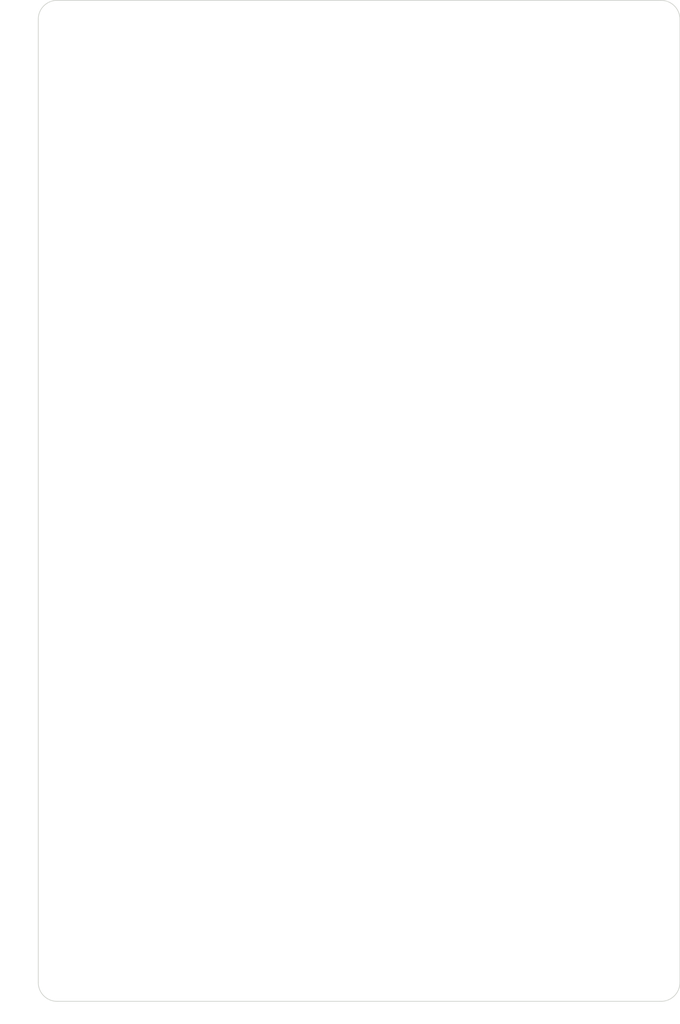
<source format=kicad_pcb>
(kicad_pcb (version 20171130) (host pcbnew "(5.1.9)-1")

  (general
    (thickness 1.6)
    (drawings 8)
    (tracks 0)
    (zones 0)
    (modules 4)
    (nets 1)
  )

  (page A4)
  (layers
    (0 F.Cu signal)
    (31 B.Cu signal)
    (32 B.Adhes user)
    (33 F.Adhes user)
    (34 B.Paste user)
    (35 F.Paste user)
    (36 B.SilkS user)
    (37 F.SilkS user)
    (38 B.Mask user)
    (39 F.Mask user)
    (40 Dwgs.User user)
    (41 Cmts.User user)
    (42 Eco1.User user)
    (43 Eco2.User user)
    (44 Edge.Cuts user)
    (45 Margin user)
    (46 B.CrtYd user)
    (47 F.CrtYd user)
    (48 B.Fab user)
    (49 F.Fab user)
  )

  (setup
    (last_trace_width 0.25)
    (user_trace_width 0.4)
    (user_trace_width 0.75)
    (user_trace_width 1)
    (user_trace_width 5)
    (trace_clearance 0.2)
    (zone_clearance 0.254)
    (zone_45_only no)
    (trace_min 0.2)
    (via_size 0.8)
    (via_drill 0.4)
    (via_min_size 0.4)
    (via_min_drill 0.3)
    (uvia_size 0.3)
    (uvia_drill 0.1)
    (uvias_allowed no)
    (uvia_min_size 0.2)
    (uvia_min_drill 0.1)
    (edge_width 0.05)
    (segment_width 0.2)
    (pcb_text_width 0.3)
    (pcb_text_size 1.5 1.5)
    (mod_edge_width 0.12)
    (mod_text_size 1 1)
    (mod_text_width 0.15)
    (pad_size 1.7 1.7)
    (pad_drill 1)
    (pad_to_mask_clearance 0)
    (aux_axis_origin 0 0)
    (visible_elements 7FFFFFFF)
    (pcbplotparams
      (layerselection 0x010fc_ffffffff)
      (usegerberextensions false)
      (usegerberattributes true)
      (usegerberadvancedattributes true)
      (creategerberjobfile true)
      (excludeedgelayer true)
      (linewidth 0.100000)
      (plotframeref false)
      (viasonmask false)
      (mode 1)
      (useauxorigin false)
      (hpglpennumber 1)
      (hpglpenspeed 20)
      (hpglpendiameter 15.000000)
      (psnegative false)
      (psa4output false)
      (plotreference true)
      (plotvalue true)
      (plotinvisibletext false)
      (padsonsilk false)
      (subtractmaskfromsilk false)
      (outputformat 1)
      (mirror false)
      (drillshape 0)
      (scaleselection 1)
      (outputdirectory "gerber-bottom/"))
  )

  (net 0 "")

  (net_class Default "This is the default net class."
    (clearance 0.2)
    (trace_width 0.25)
    (via_dia 0.8)
    (via_drill 0.4)
    (uvia_dia 0.3)
    (uvia_drill 0.1)
  )

  (module MountingHole:MountingHole_2.2mm_M2 (layer F.Cu) (tedit 56D1B4CB) (tstamp 6056C499)
    (at 169.4942 143.7894)
    (descr "Mounting Hole 2.2mm, no annular, M2")
    (tags "mounting hole 2.2mm no annular m2")
    (path /605875BF)
    (attr virtual)
    (fp_text reference H4 (at 0 -3.2) (layer F.SilkS) hide
      (effects (font (size 1 1) (thickness 0.15)))
    )
    (fp_text value MountingHole (at 0 3.2) (layer F.Fab)
      (effects (font (size 1 1) (thickness 0.15)))
    )
    (fp_circle (center 0 0) (end 2.45 0) (layer F.CrtYd) (width 0.05))
    (fp_circle (center 0 0) (end 2.2 0) (layer Cmts.User) (width 0.15))
    (fp_text user %R (at 0.3 0) (layer F.Fab)
      (effects (font (size 1 1) (thickness 0.15)))
    )
    (pad 1 np_thru_hole circle (at 0 0) (size 2.2 2.2) (drill 2.2) (layers *.Cu *.Mask))
  )

  (module MountingHole:MountingHole_2.2mm_M2 (layer F.Cu) (tedit 56D1B4CB) (tstamp 6091B774)
    (at 146.0754 143.764)
    (descr "Mounting Hole 2.2mm, no annular, M2")
    (tags "mounting hole 2.2mm no annular m2")
    (path /605873F3)
    (attr virtual)
    (fp_text reference H3 (at 0 -3.2) (layer F.SilkS) hide
      (effects (font (size 1 1) (thickness 0.15)))
    )
    (fp_text value MountingHole (at 0 3.2) (layer F.Fab)
      (effects (font (size 1 1) (thickness 0.15)))
    )
    (fp_circle (center 0 0) (end 2.45 0) (layer F.CrtYd) (width 0.05))
    (fp_circle (center 0 0) (end 2.2 0) (layer Cmts.User) (width 0.15))
    (fp_text user %R (at 0.3 0) (layer F.Fab)
      (effects (font (size 1 1) (thickness 0.15)))
    )
    (pad 1 np_thru_hole circle (at 0 0) (size 2.2 2.2) (drill 2.2) (layers *.Cu *.Mask))
  )

  (module MountingHole:MountingHole_2.2mm_M2 (layer F.Cu) (tedit 56D1B4CB) (tstamp 605691E4)
    (at 169.4688 96.2914 180)
    (descr "Mounting Hole 2.2mm, no annular, M2")
    (tags "mounting hole 2.2mm no annular m2")
    (path /6056FCE4)
    (attr virtual)
    (fp_text reference H2 (at 0 -3.2) (layer F.SilkS) hide
      (effects (font (size 1 1) (thickness 0.15)))
    )
    (fp_text value MountingHole (at 0 3.2) (layer F.Fab)
      (effects (font (size 1 1) (thickness 0.15)))
    )
    (fp_circle (center 0 0) (end 2.45 0) (layer F.CrtYd) (width 0.05))
    (fp_circle (center 0 0) (end 2.2 0) (layer Cmts.User) (width 0.15))
    (fp_text user %R (at 0.3 0) (layer F.Fab)
      (effects (font (size 1 1) (thickness 0.15)))
    )
    (pad 1 np_thru_hole circle (at 0 0 180) (size 2.2 2.2) (drill 2.2) (layers *.Cu *.Mask))
  )

  (module MountingHole:MountingHole_2.2mm_M2 (layer F.Cu) (tedit 56D1B4CB) (tstamp 6091445E)
    (at 146.0754 96.2914 180)
    (descr "Mounting Hole 2.2mm, no annular, M2")
    (tags "mounting hole 2.2mm no annular m2")
    (path /6056E5FB)
    (attr virtual)
    (fp_text reference H1 (at 0 -3.2) (layer F.SilkS) hide
      (effects (font (size 1 1) (thickness 0.15)))
    )
    (fp_text value MountingHole (at 0 3.2) (layer F.Fab)
      (effects (font (size 1 1) (thickness 0.15)))
    )
    (fp_circle (center 0 0) (end 2.45 0) (layer F.CrtYd) (width 0.05))
    (fp_circle (center 0 0) (end 2.2 0) (layer Cmts.User) (width 0.15))
    (fp_text user %R (at 0.3 0) (layer F.Fab)
      (effects (font (size 1 1) (thickness 0.15)))
    )
    (pad 1 np_thru_hole circle (at 0 0 180) (size 2.2 2.2) (drill 2.2) (layers *.Cu *.Mask))
  )

  (gr_arc (start 144.78 145.034) (end 143.51 145.034) (angle -90) (layer Edge.Cuts) (width 0.05))
  (gr_arc (start 185.547 80.0354) (end 186.817 80.0354) (angle -90) (layer Edge.Cuts) (width 0.05))
  (gr_arc (start 185.547 145.034) (end 185.547 146.304) (angle -90) (layer Edge.Cuts) (width 0.05))
  (gr_line (start 185.547 78.7654) (end 144.78 78.7654) (layer Edge.Cuts) (width 0.05) (tstamp 60571E71))
  (gr_line (start 143.51 80.0354) (end 143.51 145.034) (layer Edge.Cuts) (width 0.05) (tstamp 60571E72))
  (gr_line (start 186.817 145.034) (end 186.817 80.0354) (layer Edge.Cuts) (width 0.05) (tstamp 60571E70))
  (gr_line (start 144.78 146.304) (end 185.547 146.304) (layer Edge.Cuts) (width 0.05) (tstamp 60571E6F))
  (gr_arc (start 144.78 80.0354) (end 144.78 78.7654) (angle -90) (layer Edge.Cuts) (width 0.05))

)

</source>
